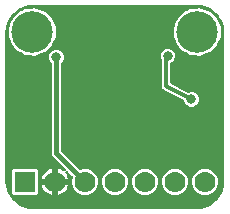
<source format=gbr>
G04 EAGLE Gerber RS-274X export*
G75*
%MOMM*%
%FSLAX34Y34*%
%LPD*%
%INBottom Copper*%
%IPPOS*%
%AMOC8*
5,1,8,0,0,1.08239X$1,22.5*%
G01*
%ADD10C,3.516000*%
%ADD11R,1.778000X1.778000*%
%ADD12C,1.778000*%
%ADD13C,0.800100*%
%ADD14C,0.304800*%
%ADD15C,0.406400*%

G36*
X165122Y2543D02*
X165122Y2543D01*
X165200Y2545D01*
X168577Y2810D01*
X168645Y2824D01*
X168714Y2829D01*
X168870Y2869D01*
X175294Y4956D01*
X175401Y5006D01*
X175512Y5050D01*
X175563Y5083D01*
X175582Y5091D01*
X175597Y5104D01*
X175648Y5136D01*
X181112Y9107D01*
X181199Y9188D01*
X181246Y9227D01*
X181252Y9231D01*
X181253Y9232D01*
X181291Y9264D01*
X181329Y9310D01*
X181344Y9324D01*
X181355Y9342D01*
X181393Y9388D01*
X185364Y14852D01*
X185421Y14956D01*
X185485Y15056D01*
X185507Y15113D01*
X185517Y15131D01*
X185522Y15151D01*
X185544Y15206D01*
X187631Y21630D01*
X187644Y21698D01*
X187667Y21764D01*
X187690Y21923D01*
X187955Y25300D01*
X187955Y25304D01*
X187956Y25307D01*
X187955Y25326D01*
X187959Y25400D01*
X187959Y152400D01*
X187957Y152422D01*
X187955Y152500D01*
X187690Y155877D01*
X187676Y155945D01*
X187671Y156014D01*
X187631Y156170D01*
X185544Y162594D01*
X185493Y162701D01*
X185450Y162812D01*
X185417Y162863D01*
X185409Y162882D01*
X185396Y162897D01*
X185364Y162948D01*
X183671Y165278D01*
X183653Y165297D01*
X183639Y165320D01*
X183544Y165413D01*
X183453Y165509D01*
X183431Y165524D01*
X183412Y165542D01*
X183298Y165608D01*
X183292Y165624D01*
X183289Y165651D01*
X183240Y165775D01*
X183197Y165900D01*
X183182Y165922D01*
X183172Y165947D01*
X183086Y166083D01*
X181393Y168413D01*
X181312Y168499D01*
X181236Y168591D01*
X181190Y168629D01*
X181176Y168644D01*
X181158Y168655D01*
X181112Y168693D01*
X175648Y172664D01*
X175544Y172721D01*
X175444Y172785D01*
X175387Y172807D01*
X175369Y172817D01*
X175349Y172822D01*
X175294Y172844D01*
X168870Y174931D01*
X168802Y174944D01*
X168736Y174967D01*
X168577Y174990D01*
X165200Y175255D01*
X165178Y175254D01*
X165100Y175259D01*
X25400Y175259D01*
X25378Y175257D01*
X25300Y175255D01*
X21923Y174990D01*
X21855Y174976D01*
X21786Y174971D01*
X21630Y174931D01*
X18892Y174041D01*
X18867Y174030D01*
X18841Y174024D01*
X18724Y173963D01*
X18604Y173906D01*
X18583Y173889D01*
X18560Y173877D01*
X18462Y173789D01*
X18445Y173788D01*
X18418Y173793D01*
X18286Y173785D01*
X18153Y173783D01*
X18127Y173775D01*
X18101Y173774D01*
X17945Y173734D01*
X15206Y172844D01*
X15099Y172794D01*
X14988Y172750D01*
X14937Y172717D01*
X14918Y172709D01*
X14903Y172696D01*
X14852Y172664D01*
X9388Y168693D01*
X9301Y168612D01*
X9209Y168536D01*
X9171Y168490D01*
X9156Y168476D01*
X9145Y168458D01*
X9107Y168412D01*
X5136Y162948D01*
X5079Y162844D01*
X5015Y162744D01*
X4993Y162687D01*
X4983Y162669D01*
X4978Y162649D01*
X4956Y162594D01*
X2869Y156170D01*
X2856Y156102D01*
X2833Y156036D01*
X2810Y155877D01*
X2545Y152500D01*
X2546Y152478D01*
X2541Y152400D01*
X2541Y25400D01*
X2543Y25378D01*
X2545Y25300D01*
X2810Y21923D01*
X2824Y21855D01*
X2829Y21786D01*
X2869Y21630D01*
X4956Y15206D01*
X5006Y15099D01*
X5050Y14988D01*
X5083Y14937D01*
X5091Y14918D01*
X5104Y14903D01*
X5136Y14852D01*
X9107Y9388D01*
X9127Y9366D01*
X9138Y9348D01*
X9184Y9305D01*
X9188Y9301D01*
X9264Y9209D01*
X9310Y9171D01*
X9324Y9156D01*
X9342Y9145D01*
X9388Y9107D01*
X14596Y5322D01*
X14852Y5136D01*
X14956Y5079D01*
X15056Y5015D01*
X15113Y4993D01*
X15131Y4983D01*
X15151Y4978D01*
X15206Y4956D01*
X21630Y2869D01*
X21698Y2856D01*
X21764Y2833D01*
X21923Y2810D01*
X25300Y2545D01*
X25322Y2546D01*
X25400Y2541D01*
X165100Y2541D01*
X165122Y2543D01*
G37*
%LPC*%
G36*
X67677Y14477D02*
X67677Y14477D01*
X63663Y16140D01*
X60590Y19213D01*
X58927Y23227D01*
X58927Y27573D01*
X59482Y28912D01*
X59490Y28940D01*
X59503Y28966D01*
X59532Y29093D01*
X59566Y29218D01*
X59566Y29248D01*
X59573Y29277D01*
X59569Y29406D01*
X59571Y29536D01*
X59564Y29565D01*
X59563Y29595D01*
X59527Y29719D01*
X59497Y29846D01*
X59483Y29872D01*
X59475Y29900D01*
X59409Y30012D01*
X59348Y30127D01*
X59328Y30149D01*
X59313Y30174D01*
X59207Y30295D01*
X55310Y34191D01*
X55263Y34228D01*
X55222Y34272D01*
X55138Y34325D01*
X55059Y34386D01*
X55004Y34410D01*
X54954Y34442D01*
X54859Y34473D01*
X54767Y34512D01*
X54708Y34522D01*
X54651Y34540D01*
X54552Y34547D01*
X54453Y34562D01*
X54393Y34557D01*
X54334Y34560D01*
X54236Y34542D01*
X54137Y34532D01*
X54080Y34512D01*
X54021Y34501D01*
X53931Y34459D01*
X53837Y34425D01*
X53788Y34391D01*
X53734Y34366D01*
X53657Y34302D01*
X53574Y34246D01*
X53535Y34201D01*
X53488Y34163D01*
X53430Y34083D01*
X53364Y34008D01*
X53336Y33955D01*
X53301Y33906D01*
X53264Y33813D01*
X53219Y33725D01*
X53206Y33666D01*
X53184Y33610D01*
X53171Y33511D01*
X53149Y33414D01*
X53151Y33354D01*
X53144Y33295D01*
X53156Y33196D01*
X53159Y33096D01*
X53176Y33039D01*
X53183Y32979D01*
X53220Y32887D01*
X53248Y32791D01*
X53278Y32739D01*
X53300Y32684D01*
X53386Y32548D01*
X54227Y31391D01*
X55043Y29788D01*
X55599Y28077D01*
X55627Y27899D01*
X46949Y27899D01*
X46949Y36577D01*
X47127Y36549D01*
X48838Y35993D01*
X50441Y35177D01*
X51598Y34336D01*
X51650Y34307D01*
X51697Y34271D01*
X51789Y34231D01*
X51876Y34183D01*
X51934Y34168D01*
X51989Y34144D01*
X52088Y34129D01*
X52184Y34104D01*
X52244Y34104D01*
X52303Y34094D01*
X52403Y34104D01*
X52502Y34104D01*
X52560Y34119D01*
X52620Y34124D01*
X52714Y34158D01*
X52810Y34183D01*
X52863Y34211D01*
X52919Y34232D01*
X53002Y34288D01*
X53089Y34336D01*
X53133Y34377D01*
X53182Y34410D01*
X53249Y34485D01*
X53321Y34553D01*
X53353Y34604D01*
X53393Y34649D01*
X53438Y34738D01*
X53492Y34822D01*
X53510Y34879D01*
X53538Y34932D01*
X53559Y35029D01*
X53590Y35124D01*
X53594Y35184D01*
X53607Y35242D01*
X53604Y35342D01*
X53610Y35441D01*
X53599Y35500D01*
X53598Y35560D01*
X53570Y35656D01*
X53551Y35754D01*
X53526Y35808D01*
X53509Y35866D01*
X53459Y35951D01*
X53416Y36042D01*
X53378Y36088D01*
X53348Y36140D01*
X53241Y36260D01*
X41655Y47846D01*
X41655Y125817D01*
X41643Y125915D01*
X41640Y126014D01*
X41623Y126072D01*
X41615Y126132D01*
X41579Y126224D01*
X41551Y126319D01*
X41521Y126372D01*
X41498Y126428D01*
X41440Y126508D01*
X41390Y126593D01*
X41324Y126669D01*
X41312Y126685D01*
X41302Y126693D01*
X41284Y126714D01*
X40605Y127392D01*
X39687Y129610D01*
X39687Y132010D01*
X40605Y134228D01*
X42302Y135925D01*
X44520Y136843D01*
X46920Y136843D01*
X49138Y135925D01*
X50835Y134228D01*
X51753Y132010D01*
X51753Y129610D01*
X50835Y127392D01*
X50156Y126714D01*
X50096Y126636D01*
X50028Y126564D01*
X49999Y126511D01*
X49962Y126463D01*
X49922Y126372D01*
X49874Y126285D01*
X49859Y126227D01*
X49835Y126171D01*
X49820Y126073D01*
X49795Y125977D01*
X49789Y125877D01*
X49785Y125857D01*
X49787Y125845D01*
X49785Y125817D01*
X49785Y51739D01*
X49797Y51641D01*
X49800Y51542D01*
X49817Y51484D01*
X49825Y51424D01*
X49861Y51332D01*
X49889Y51237D01*
X49919Y51185D01*
X49942Y51128D01*
X50000Y51048D01*
X50050Y50963D01*
X50116Y50887D01*
X50128Y50871D01*
X50138Y50863D01*
X50156Y50842D01*
X64955Y36043D01*
X64979Y36025D01*
X64998Y36003D01*
X65104Y35928D01*
X65206Y35848D01*
X65234Y35837D01*
X65258Y35820D01*
X65379Y35774D01*
X65498Y35722D01*
X65527Y35717D01*
X65555Y35707D01*
X65684Y35692D01*
X65812Y35672D01*
X65842Y35675D01*
X65871Y35672D01*
X66000Y35690D01*
X66129Y35702D01*
X66157Y35712D01*
X66186Y35716D01*
X66338Y35768D01*
X67677Y36323D01*
X72023Y36323D01*
X76037Y34660D01*
X79110Y31587D01*
X80773Y27573D01*
X80773Y23227D01*
X79110Y19213D01*
X76037Y16140D01*
X72023Y14477D01*
X67677Y14477D01*
G37*
%LPD*%
%LPC*%
G36*
X23676Y132780D02*
X23676Y132780D01*
X23658Y132780D01*
X23543Y132787D01*
X21499Y132787D01*
X20951Y133014D01*
X20853Y133041D01*
X20757Y133077D01*
X20665Y133092D01*
X20644Y133098D01*
X20631Y133098D01*
X20598Y133104D01*
X19179Y133253D01*
X16215Y134964D01*
X16212Y134965D01*
X16210Y134967D01*
X16066Y135038D01*
X14290Y135773D01*
X13693Y136370D01*
X13626Y136422D01*
X13565Y136483D01*
X13451Y136558D01*
X13442Y136565D01*
X13438Y136567D01*
X13431Y136572D01*
X11929Y137439D01*
X10139Y139903D01*
X10126Y139917D01*
X10116Y139933D01*
X10009Y140054D01*
X8773Y141290D01*
X8357Y142296D01*
X8322Y142356D01*
X8297Y142420D01*
X8211Y142556D01*
X7008Y144211D01*
X6447Y146850D01*
X6436Y146883D01*
X6431Y146919D01*
X6379Y147071D01*
X5787Y148499D01*
X5787Y149822D01*
X5781Y149874D01*
X5783Y149926D01*
X5760Y150086D01*
X5268Y152400D01*
X5760Y154714D01*
X5764Y154767D01*
X5777Y154818D01*
X5787Y154978D01*
X5787Y156301D01*
X6379Y157729D01*
X6388Y157763D01*
X6404Y157795D01*
X6447Y157950D01*
X7008Y160589D01*
X8211Y162244D01*
X8244Y162305D01*
X8286Y162360D01*
X8357Y162504D01*
X8773Y163510D01*
X10009Y164746D01*
X10021Y164761D01*
X10036Y164773D01*
X10139Y164897D01*
X11929Y167361D01*
X13431Y168228D01*
X13499Y168280D01*
X13573Y168324D01*
X13675Y168414D01*
X13684Y168421D01*
X13687Y168424D01*
X13693Y168430D01*
X14290Y169027D01*
X16066Y169762D01*
X16068Y169764D01*
X16070Y169764D01*
X16215Y169836D01*
X18972Y171428D01*
X18993Y171444D01*
X19017Y171455D01*
X19119Y171540D01*
X19166Y171575D01*
X19203Y171568D01*
X19229Y171569D01*
X19256Y171565D01*
X19416Y171572D01*
X20598Y171696D01*
X20698Y171720D01*
X20799Y171734D01*
X20887Y171764D01*
X20908Y171769D01*
X20920Y171775D01*
X20951Y171786D01*
X21499Y172013D01*
X23543Y172013D01*
X23560Y172015D01*
X23676Y172020D01*
X27504Y172422D01*
X28573Y172075D01*
X28690Y172053D01*
X28805Y172023D01*
X28865Y172019D01*
X28885Y172015D01*
X28906Y172017D01*
X28965Y172013D01*
X29301Y172013D01*
X31209Y171223D01*
X31230Y171217D01*
X31302Y171188D01*
X35466Y169835D01*
X36078Y169285D01*
X36188Y169208D01*
X36297Y169126D01*
X36327Y169111D01*
X36339Y169103D01*
X36359Y169096D01*
X36441Y169055D01*
X36510Y169027D01*
X37805Y167732D01*
X37819Y167721D01*
X37853Y167686D01*
X41687Y164234D01*
X41900Y163756D01*
X41979Y163626D01*
X42250Y162972D01*
X42255Y162963D01*
X42263Y162941D01*
X45092Y156586D01*
X45092Y148214D01*
X42263Y141859D01*
X42260Y141849D01*
X42250Y141828D01*
X41994Y141211D01*
X41975Y141187D01*
X41970Y141179D01*
X41968Y141175D01*
X41963Y141165D01*
X41900Y141044D01*
X41687Y140566D01*
X37853Y137114D01*
X37841Y137100D01*
X37804Y137068D01*
X36510Y135773D01*
X36441Y135745D01*
X36324Y135678D01*
X36204Y135615D01*
X36177Y135594D01*
X36165Y135587D01*
X36149Y135572D01*
X36078Y135515D01*
X35466Y134965D01*
X31302Y133612D01*
X31283Y133603D01*
X31209Y133577D01*
X29301Y132787D01*
X28965Y132787D01*
X28848Y132772D01*
X28729Y132765D01*
X28670Y132750D01*
X28650Y132747D01*
X28631Y132740D01*
X28573Y132725D01*
X27504Y132378D01*
X23676Y132780D01*
G37*
%LPD*%
%LPC*%
G36*
X163376Y132780D02*
X163376Y132780D01*
X163358Y132780D01*
X163243Y132787D01*
X161199Y132787D01*
X160651Y133014D01*
X160552Y133041D01*
X160457Y133077D01*
X160365Y133092D01*
X160344Y133098D01*
X160331Y133098D01*
X160298Y133104D01*
X158879Y133253D01*
X155915Y134964D01*
X155913Y134965D01*
X155910Y134967D01*
X155766Y135038D01*
X153990Y135773D01*
X153393Y136370D01*
X153326Y136422D01*
X153265Y136483D01*
X153151Y136558D01*
X153142Y136565D01*
X153138Y136567D01*
X153131Y136572D01*
X151629Y137439D01*
X149839Y139903D01*
X149826Y139917D01*
X149816Y139933D01*
X149709Y140054D01*
X148473Y141290D01*
X148057Y142296D01*
X148022Y142356D01*
X147997Y142420D01*
X147911Y142556D01*
X146708Y144211D01*
X146147Y146849D01*
X146136Y146883D01*
X146131Y146919D01*
X146079Y147071D01*
X145487Y148499D01*
X145487Y149822D01*
X145481Y149874D01*
X145483Y149926D01*
X145460Y150086D01*
X144968Y152400D01*
X145460Y154714D01*
X145464Y154767D01*
X145477Y154817D01*
X145487Y154978D01*
X145487Y156301D01*
X146079Y157729D01*
X146088Y157763D01*
X146104Y157795D01*
X146147Y157951D01*
X146708Y160589D01*
X147911Y162244D01*
X147944Y162305D01*
X147986Y162360D01*
X148057Y162504D01*
X148473Y163510D01*
X149709Y164746D01*
X149721Y164761D01*
X149736Y164773D01*
X149839Y164897D01*
X151629Y167361D01*
X153131Y168228D01*
X153199Y168280D01*
X153273Y168324D01*
X153375Y168414D01*
X153384Y168421D01*
X153387Y168424D01*
X153393Y168430D01*
X153990Y169027D01*
X155766Y169762D01*
X155768Y169764D01*
X155771Y169764D01*
X155915Y169836D01*
X158879Y171547D01*
X160298Y171696D01*
X160398Y171720D01*
X160499Y171734D01*
X160587Y171764D01*
X160608Y171769D01*
X160620Y171775D01*
X160651Y171786D01*
X161199Y172013D01*
X163243Y172013D01*
X163260Y172015D01*
X163376Y172020D01*
X167204Y172422D01*
X168273Y172075D01*
X168390Y172053D01*
X168505Y172023D01*
X168565Y172019D01*
X168585Y172015D01*
X168606Y172017D01*
X168665Y172013D01*
X169001Y172013D01*
X170909Y171222D01*
X170930Y171217D01*
X171003Y171188D01*
X175166Y169835D01*
X175778Y169285D01*
X175889Y169207D01*
X175997Y169126D01*
X176027Y169111D01*
X176039Y169103D01*
X176059Y169096D01*
X176141Y169055D01*
X176210Y169027D01*
X177505Y167732D01*
X177519Y167721D01*
X177553Y167686D01*
X181210Y164393D01*
X181232Y164378D01*
X181250Y164359D01*
X181362Y164287D01*
X181410Y164254D01*
X181414Y164217D01*
X181424Y164192D01*
X181429Y164166D01*
X181485Y164015D01*
X181600Y163756D01*
X181679Y163626D01*
X181950Y162971D01*
X181955Y162962D01*
X181963Y162941D01*
X184792Y156586D01*
X184792Y148214D01*
X181963Y141859D01*
X181960Y141849D01*
X181950Y141829D01*
X181694Y141211D01*
X181675Y141187D01*
X181670Y141179D01*
X181668Y141175D01*
X181663Y141164D01*
X181600Y141044D01*
X181387Y140566D01*
X177553Y137114D01*
X177541Y137100D01*
X177505Y137068D01*
X176210Y135773D01*
X176141Y135745D01*
X176024Y135678D01*
X175904Y135615D01*
X175877Y135594D01*
X175865Y135587D01*
X175850Y135572D01*
X175778Y135515D01*
X175166Y134965D01*
X171002Y133612D01*
X170983Y133603D01*
X170909Y133577D01*
X169001Y132787D01*
X168665Y132787D01*
X168547Y132772D01*
X168429Y132765D01*
X168370Y132750D01*
X168350Y132747D01*
X168331Y132740D01*
X168273Y132725D01*
X167204Y132378D01*
X163376Y132780D01*
G37*
%LPD*%
%LPC*%
G36*
X158820Y89217D02*
X158820Y89217D01*
X156602Y90135D01*
X154905Y91832D01*
X153979Y94070D01*
X153958Y94106D01*
X153944Y94146D01*
X153879Y94244D01*
X153821Y94346D01*
X153792Y94376D01*
X153769Y94411D01*
X153682Y94490D01*
X153600Y94574D01*
X153564Y94596D01*
X153533Y94624D01*
X153395Y94708D01*
X138056Y102753D01*
X137993Y102776D01*
X137935Y102809D01*
X137845Y102832D01*
X137758Y102864D01*
X137691Y102871D01*
X137627Y102888D01*
X137466Y102898D01*
X137182Y102898D01*
X136660Y103420D01*
X136572Y103488D01*
X136489Y103563D01*
X136426Y103602D01*
X136409Y103615D01*
X136392Y103622D01*
X136352Y103647D01*
X135698Y103989D01*
X135614Y104261D01*
X135586Y104322D01*
X135567Y104386D01*
X135520Y104466D01*
X135482Y104550D01*
X135440Y104602D01*
X135406Y104660D01*
X135299Y104781D01*
X135098Y104982D01*
X135098Y105720D01*
X135084Y105830D01*
X135079Y105941D01*
X135061Y106014D01*
X135058Y106035D01*
X135052Y106052D01*
X135041Y106098D01*
X134821Y106802D01*
X134953Y107054D01*
X134976Y107117D01*
X135009Y107175D01*
X135032Y107265D01*
X135064Y107352D01*
X135071Y107419D01*
X135088Y107483D01*
X135098Y107644D01*
X135098Y128074D01*
X135086Y128172D01*
X135083Y128271D01*
X135066Y128329D01*
X135058Y128389D01*
X135022Y128481D01*
X134994Y128576D01*
X134964Y128629D01*
X134941Y128685D01*
X134883Y128765D01*
X134833Y128850D01*
X134819Y128866D01*
X133892Y131105D01*
X133892Y133505D01*
X134810Y135723D01*
X136507Y137420D01*
X138725Y138338D01*
X141125Y138338D01*
X143343Y137420D01*
X145040Y135723D01*
X145958Y133505D01*
X145958Y131105D01*
X145040Y128887D01*
X143343Y127190D01*
X142995Y127046D01*
X142970Y127032D01*
X142942Y127023D01*
X142832Y126953D01*
X142719Y126889D01*
X142698Y126868D01*
X142673Y126853D01*
X142584Y126758D01*
X142491Y126668D01*
X142475Y126642D01*
X142455Y126621D01*
X142392Y126507D01*
X142324Y126396D01*
X142316Y126368D01*
X142301Y126342D01*
X142269Y126217D01*
X142231Y126093D01*
X142229Y126063D01*
X142222Y126034D01*
X142212Y125874D01*
X142212Y109373D01*
X142228Y109243D01*
X142239Y109112D01*
X142248Y109086D01*
X142252Y109058D01*
X142300Y108936D01*
X142343Y108812D01*
X142358Y108788D01*
X142369Y108762D01*
X142446Y108656D01*
X142518Y108546D01*
X142539Y108528D01*
X142555Y108505D01*
X142657Y108421D01*
X142754Y108333D01*
X142788Y108312D01*
X142800Y108302D01*
X142820Y108293D01*
X142891Y108249D01*
X156815Y100947D01*
X156961Y100892D01*
X157107Y100837D01*
X157110Y100837D01*
X157113Y100836D01*
X157267Y100819D01*
X157423Y100802D01*
X157427Y100802D01*
X157430Y100802D01*
X157583Y100824D01*
X157738Y100846D01*
X157742Y100848D01*
X157744Y100848D01*
X157750Y100850D01*
X157891Y100898D01*
X158820Y101283D01*
X161220Y101283D01*
X163438Y100365D01*
X165135Y98668D01*
X166053Y96450D01*
X166053Y94050D01*
X165135Y91832D01*
X163438Y90135D01*
X161220Y89217D01*
X158820Y89217D01*
G37*
%LPD*%
%LPC*%
G36*
X9318Y14477D02*
X9318Y14477D01*
X8127Y15668D01*
X8127Y35132D01*
X9318Y36323D01*
X28782Y36323D01*
X29973Y35132D01*
X29973Y15668D01*
X28782Y14477D01*
X9318Y14477D01*
G37*
%LPD*%
%LPC*%
G36*
X169277Y14477D02*
X169277Y14477D01*
X165263Y16140D01*
X162190Y19213D01*
X160527Y23227D01*
X160527Y27573D01*
X162190Y31587D01*
X165263Y34660D01*
X169277Y36323D01*
X173623Y36323D01*
X177637Y34660D01*
X180710Y31587D01*
X182373Y27573D01*
X182373Y23227D01*
X180710Y19213D01*
X177637Y16140D01*
X173623Y14477D01*
X169277Y14477D01*
G37*
%LPD*%
%LPC*%
G36*
X143877Y14477D02*
X143877Y14477D01*
X139863Y16140D01*
X136790Y19213D01*
X135127Y23227D01*
X135127Y27573D01*
X136790Y31587D01*
X139863Y34660D01*
X143877Y36323D01*
X148223Y36323D01*
X152237Y34660D01*
X155310Y31587D01*
X156973Y27573D01*
X156973Y23227D01*
X155310Y19213D01*
X152237Y16140D01*
X148223Y14477D01*
X143877Y14477D01*
G37*
%LPD*%
%LPC*%
G36*
X118477Y14477D02*
X118477Y14477D01*
X114463Y16140D01*
X111390Y19213D01*
X109727Y23227D01*
X109727Y27573D01*
X111390Y31587D01*
X114463Y34660D01*
X118477Y36323D01*
X122823Y36323D01*
X126837Y34660D01*
X129910Y31587D01*
X131573Y27573D01*
X131573Y23227D01*
X129910Y19213D01*
X126837Y16140D01*
X122823Y14477D01*
X118477Y14477D01*
G37*
%LPD*%
%LPC*%
G36*
X93077Y14477D02*
X93077Y14477D01*
X89063Y16140D01*
X85990Y19213D01*
X84327Y23227D01*
X84327Y27573D01*
X85990Y31587D01*
X89063Y34660D01*
X93077Y36323D01*
X97423Y36323D01*
X101437Y34660D01*
X104510Y31587D01*
X106173Y27573D01*
X106173Y23227D01*
X104510Y19213D01*
X101437Y16140D01*
X97423Y14477D01*
X93077Y14477D01*
G37*
%LPD*%
%LPC*%
G36*
X33273Y27899D02*
X33273Y27899D01*
X33301Y28077D01*
X33857Y29788D01*
X34673Y31391D01*
X35731Y32847D01*
X37003Y34119D01*
X38459Y35177D01*
X40062Y35993D01*
X41773Y36549D01*
X41951Y36577D01*
X41951Y27899D01*
X33273Y27899D01*
G37*
%LPD*%
%LPC*%
G36*
X46949Y22901D02*
X46949Y22901D01*
X55627Y22901D01*
X55599Y22723D01*
X55043Y21012D01*
X54227Y19409D01*
X53169Y17953D01*
X51897Y16681D01*
X50441Y15623D01*
X48838Y14807D01*
X47127Y14251D01*
X46949Y14223D01*
X46949Y22901D01*
G37*
%LPD*%
%LPC*%
G36*
X41773Y14251D02*
X41773Y14251D01*
X40062Y14807D01*
X38459Y15623D01*
X37003Y16681D01*
X35731Y17953D01*
X34673Y19409D01*
X33857Y21012D01*
X33301Y22723D01*
X33273Y22901D01*
X41951Y22901D01*
X41951Y14223D01*
X41773Y14251D01*
G37*
%LPD*%
D10*
X25400Y152400D03*
X165100Y152400D03*
D11*
X19050Y25400D03*
D12*
X44450Y25400D03*
X69850Y25400D03*
X95250Y25400D03*
X120650Y25400D03*
X146050Y25400D03*
X171450Y25400D03*
D13*
X97790Y54610D03*
D14*
X97790Y52070D01*
D13*
X26670Y101600D03*
X72390Y53340D03*
X160020Y95250D03*
D14*
X138655Y106455D01*
X138655Y133575D01*
X139925Y132305D01*
D13*
X139925Y132305D03*
D15*
X45720Y130810D02*
X45720Y49530D01*
D13*
X45720Y130810D03*
D15*
X45720Y49530D02*
X69850Y25400D01*
M02*

</source>
